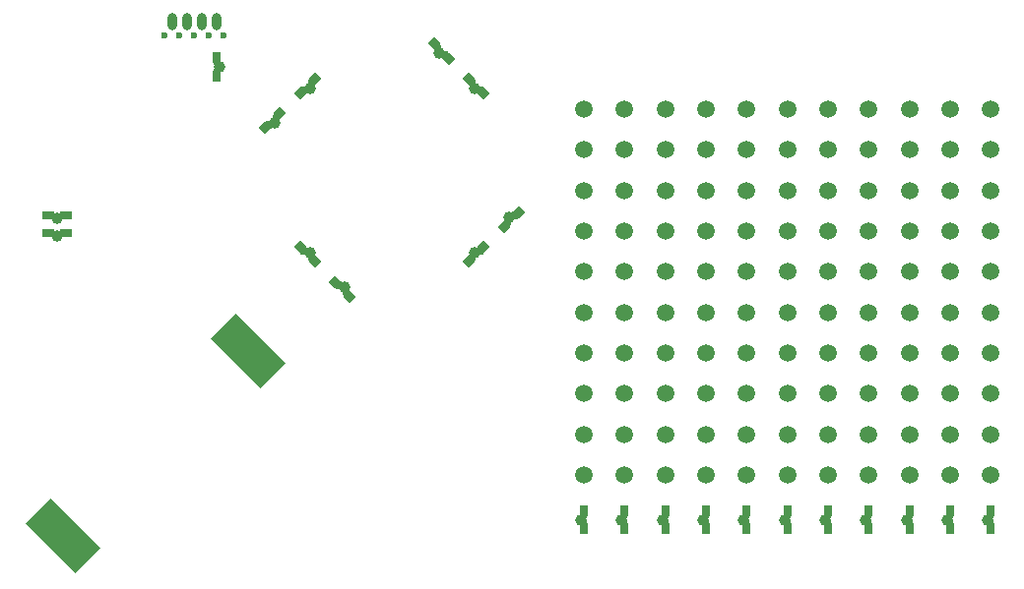
<source format=gbr>
%TF.GenerationSoftware,KiCad,Pcbnew,(6.0.9)*%
%TF.CreationDate,2023-01-07T05:09:31-05:00*%
%TF.ProjectId,businesscard,62757369-6e65-4737-9363-6172642e6b69,rev?*%
%TF.SameCoordinates,Original*%
%TF.FileFunction,Soldermask,Top*%
%TF.FilePolarity,Negative*%
%FSLAX46Y46*%
G04 Gerber Fmt 4.6, Leading zero omitted, Abs format (unit mm)*
G04 Created by KiCad (PCBNEW (6.0.9)) date 2023-01-07 05:09:31*
%MOMM*%
%LPD*%
G01*
G04 APERTURE LIST*
G04 Aperture macros list*
%AMRotRect*
0 Rectangle, with rotation*
0 The origin of the aperture is its center*
0 $1 length*
0 $2 width*
0 $3 Rotation angle, in degrees counterclockwise*
0 Add horizontal line*
21,1,$1,$2,0,0,$3*%
G04 Aperture macros list end*
%ADD10RotRect,3.000000X6.000000X45.000000*%
%ADD11C,0.300000*%
%ADD12C,1.000000*%
%ADD13R,0.737000X0.800000*%
%ADD14C,0.750000*%
%ADD15RotRect,0.800000X0.737000X315.000000*%
%ADD16RotRect,0.800000X0.737000X45.000000*%
%ADD17RotRect,0.800000X0.737000X135.000000*%
%ADD18RotRect,0.800000X0.737000X225.000000*%
%ADD19R,0.800000X0.737000*%
%ADD20C,1.500000*%
%ADD21O,0.800000X1.500000*%
%ADD22C,0.600000*%
G04 APERTURE END LIST*
D10*
%TO.C,BT1*%
X98750000Y-94500000D03*
X114659902Y-78590098D03*
%TD*%
D11*
%TO.C,R19*%
X143250000Y-93600000D03*
X143250000Y-92600000D03*
D12*
X143250000Y-93100000D03*
D13*
X143500000Y-94000000D03*
D14*
X143500000Y-93600000D03*
X143500000Y-92600000D03*
D13*
X143500000Y-92200000D03*
%TD*%
D11*
%TO.C,R18*%
X146750000Y-93600000D03*
X146750000Y-92600000D03*
D12*
X146750000Y-93100000D03*
D13*
X147000000Y-94000000D03*
D14*
X147000000Y-93600000D03*
X147000000Y-92600000D03*
D13*
X147000000Y-92200000D03*
%TD*%
D11*
%TO.C,R17*%
X150250000Y-93600000D03*
X150250000Y-92600000D03*
D12*
X150250000Y-93100000D03*
D13*
X150500000Y-94000000D03*
D14*
X150500000Y-93600000D03*
X150500000Y-92600000D03*
D13*
X150500000Y-92200000D03*
%TD*%
D11*
%TO.C,R16*%
X153750000Y-93600000D03*
X153750000Y-92600000D03*
D12*
X153750000Y-93100000D03*
D13*
X154000000Y-94000000D03*
D14*
X154000000Y-93600000D03*
X154000000Y-92600000D03*
D13*
X154000000Y-92200000D03*
%TD*%
D11*
%TO.C,R15*%
X157250000Y-93600000D03*
X157250000Y-92600000D03*
D12*
X157250000Y-93100000D03*
D13*
X157500000Y-94000000D03*
D14*
X157500000Y-93600000D03*
X157500000Y-92600000D03*
D13*
X157500000Y-92200000D03*
%TD*%
D11*
%TO.C,R14*%
X160750000Y-93600000D03*
X160750000Y-92600000D03*
D12*
X160750000Y-93100000D03*
D13*
X161000000Y-94000000D03*
D14*
X161000000Y-93600000D03*
X161000000Y-92600000D03*
D13*
X161000000Y-92200000D03*
%TD*%
D11*
%TO.C,R13*%
X164250000Y-93600000D03*
X164250000Y-92600000D03*
D12*
X164250000Y-93100000D03*
D13*
X164500000Y-94000000D03*
D14*
X164500000Y-93600000D03*
X164500000Y-92600000D03*
D13*
X164500000Y-92200000D03*
%TD*%
D11*
%TO.C,R12*%
X167750000Y-93600000D03*
X167750000Y-92600000D03*
D12*
X167750000Y-93100000D03*
D13*
X168000000Y-94000000D03*
D14*
X168000000Y-93600000D03*
X168000000Y-92600000D03*
D13*
X168000000Y-92200000D03*
%TD*%
D11*
%TO.C,R11*%
X171250000Y-93600000D03*
X171250000Y-92600000D03*
D12*
X171250000Y-93100000D03*
D13*
X171500000Y-94000000D03*
D14*
X171500000Y-93600000D03*
X171500000Y-92600000D03*
D13*
X171500000Y-92200000D03*
%TD*%
D11*
%TO.C,R10*%
X174750000Y-93600000D03*
X174750000Y-92600000D03*
D12*
X174750000Y-93100000D03*
D13*
X175000000Y-94000000D03*
D14*
X175000000Y-93600000D03*
X175000000Y-92600000D03*
D13*
X175000000Y-92200000D03*
%TD*%
D11*
%TO.C,R9*%
X178250000Y-93600000D03*
X178250000Y-92600000D03*
D12*
X178250000Y-93100000D03*
D13*
X178500000Y-94000000D03*
D14*
X178500000Y-93600000D03*
X178500000Y-92600000D03*
D13*
X178500000Y-92200000D03*
%TD*%
D11*
%TO.C,R8*%
X122573223Y-72719670D03*
X123280330Y-73426777D03*
D12*
X122926777Y-73073223D03*
D15*
X122113604Y-72613604D03*
D14*
X122396447Y-72896447D03*
X123103553Y-73603553D03*
D15*
X123386396Y-73886396D03*
%TD*%
D11*
%TO.C,R7*%
X136719670Y-67426777D03*
X137426777Y-66719670D03*
D12*
X137073223Y-67073223D03*
D16*
X136613604Y-67886396D03*
D14*
X136896447Y-67603553D03*
X137603553Y-66896447D03*
D16*
X137886396Y-66613604D03*
%TD*%
D11*
%TO.C,R6*%
X131426777Y-53280330D03*
X130719670Y-52573223D03*
D12*
X131073223Y-52926777D03*
D17*
X131886396Y-53386396D03*
D14*
X131603553Y-53103553D03*
X130896447Y-52396447D03*
D17*
X130613604Y-52113604D03*
%TD*%
D18*
%TO.C,R5*%
X116113604Y-59386396D03*
D14*
X116396447Y-59103553D03*
X117103553Y-58396447D03*
D18*
X117386396Y-58113604D03*
D12*
X116926777Y-58926777D03*
D11*
X116573223Y-59280330D03*
X117280330Y-58573223D03*
%TD*%
D15*
%TO.C,R4*%
X120386396Y-70886396D03*
D14*
X120103553Y-70603553D03*
X119396447Y-69896447D03*
D15*
X119113604Y-69613604D03*
D12*
X119926777Y-70073223D03*
D11*
X120280330Y-70426777D03*
X119573223Y-69719670D03*
%TD*%
%TO.C,R3*%
X133719670Y-70426777D03*
X134426777Y-69719670D03*
D12*
X134073223Y-70073223D03*
D16*
X133613604Y-70886396D03*
D14*
X133896447Y-70603553D03*
X134603553Y-69896447D03*
D16*
X134886396Y-69613604D03*
%TD*%
D17*
%TO.C,R2*%
X133613604Y-55113604D03*
D14*
X133896447Y-55396447D03*
X134603553Y-56103553D03*
D17*
X134886396Y-56386396D03*
D12*
X134073223Y-55926777D03*
D11*
X133719670Y-55573223D03*
X134426777Y-56280330D03*
%TD*%
%TO.C,R1*%
X120280330Y-55573223D03*
X119573223Y-56280330D03*
D12*
X119926777Y-55926777D03*
D18*
X120386396Y-55113604D03*
D14*
X120103553Y-55396447D03*
X119396447Y-56103553D03*
D18*
X119113604Y-56386396D03*
%TD*%
D19*
%TO.C,C3*%
X97300000Y-68400000D03*
D14*
X97700000Y-68400000D03*
X98700000Y-68400000D03*
D19*
X99100000Y-68400000D03*
D12*
X98200000Y-68650000D03*
D11*
X97700000Y-68650000D03*
X98700000Y-68650000D03*
%TD*%
D19*
%TO.C,C2*%
X97300000Y-66900000D03*
D14*
X97700000Y-66900000D03*
X98700000Y-66900000D03*
D19*
X99100000Y-66900000D03*
D12*
X98200000Y-67150000D03*
D11*
X97700000Y-67150000D03*
X98700000Y-67150000D03*
%TD*%
%TO.C,C1*%
X112200000Y-53600000D03*
X112200000Y-54600000D03*
D12*
X112200000Y-54100000D03*
D13*
X111950000Y-53200000D03*
D14*
X111950000Y-53600000D03*
X111950000Y-54600000D03*
D13*
X111950000Y-55000000D03*
%TD*%
D20*
%TO.C,D33*%
X154000000Y-64750000D03*
%TD*%
%TO.C,D110*%
X178500000Y-89250000D03*
%TD*%
%TO.C,D109*%
X178500000Y-85750000D03*
%TD*%
%TO.C,D108*%
X178500000Y-82250000D03*
%TD*%
%TO.C,D107*%
X178500000Y-78750000D03*
%TD*%
%TO.C,D106*%
X178500000Y-75250000D03*
%TD*%
%TO.C,D105*%
X178500000Y-71750000D03*
%TD*%
%TO.C,D104*%
X178500000Y-68250000D03*
%TD*%
%TO.C,D103*%
X178500000Y-64750000D03*
%TD*%
%TO.C,D102*%
X178500000Y-61250000D03*
%TD*%
%TO.C,D101*%
X178500000Y-57750000D03*
%TD*%
%TO.C,D100*%
X175000000Y-89250000D03*
%TD*%
%TO.C,D99*%
X175000000Y-85750000D03*
%TD*%
%TO.C,D98*%
X175000000Y-82250000D03*
%TD*%
%TO.C,D97*%
X175000000Y-78750000D03*
%TD*%
%TO.C,D96*%
X175000000Y-75250000D03*
%TD*%
%TO.C,D95*%
X175000000Y-71750000D03*
%TD*%
%TO.C,D94*%
X175000000Y-68250000D03*
%TD*%
%TO.C,D93*%
X175000000Y-64750000D03*
%TD*%
%TO.C,D92*%
X175000000Y-61250000D03*
%TD*%
%TO.C,D91*%
X175000000Y-57750000D03*
%TD*%
%TO.C,D90*%
X171500000Y-89250000D03*
%TD*%
%TO.C,D89*%
X171500000Y-85750000D03*
%TD*%
%TO.C,D88*%
X171500000Y-82250000D03*
%TD*%
%TO.C,D87*%
X171500000Y-78750000D03*
%TD*%
%TO.C,D86*%
X171500000Y-75250000D03*
%TD*%
%TO.C,D85*%
X171500000Y-71750000D03*
%TD*%
%TO.C,D84*%
X171500000Y-68250000D03*
%TD*%
%TO.C,D83*%
X171500000Y-64750000D03*
%TD*%
%TO.C,D82*%
X171500000Y-61250000D03*
%TD*%
%TO.C,D81*%
X171500000Y-57750000D03*
%TD*%
%TO.C,D80*%
X168000000Y-89250000D03*
%TD*%
%TO.C,D79*%
X168000000Y-85750000D03*
%TD*%
%TO.C,D78*%
X168000000Y-82250000D03*
%TD*%
%TO.C,D77*%
X168000000Y-78750000D03*
%TD*%
%TO.C,D76*%
X168000000Y-75250000D03*
%TD*%
%TO.C,D75*%
X168000000Y-71750000D03*
%TD*%
%TO.C,D74*%
X168000000Y-68250000D03*
%TD*%
%TO.C,D73*%
X168000000Y-64750000D03*
%TD*%
%TO.C,D72*%
X168000000Y-61250000D03*
%TD*%
%TO.C,D71*%
X168000000Y-57750000D03*
%TD*%
%TO.C,D70*%
X164500000Y-89250000D03*
%TD*%
%TO.C,D69*%
X164500000Y-85750000D03*
%TD*%
%TO.C,D68*%
X164500000Y-82250000D03*
%TD*%
%TO.C,D67*%
X164500000Y-78750000D03*
%TD*%
%TO.C,D66*%
X164500000Y-75250000D03*
%TD*%
%TO.C,D65*%
X164500000Y-71750000D03*
%TD*%
%TO.C,D64*%
X164500000Y-68250000D03*
%TD*%
%TO.C,D63*%
X164500000Y-64750000D03*
%TD*%
%TO.C,D62*%
X164500000Y-61250000D03*
%TD*%
%TO.C,D61*%
X164500000Y-57750000D03*
%TD*%
%TO.C,D60*%
X161000000Y-89250000D03*
%TD*%
%TO.C,D59*%
X161000000Y-85750000D03*
%TD*%
%TO.C,D58*%
X161000000Y-82250000D03*
%TD*%
%TO.C,D57*%
X161000000Y-78750000D03*
%TD*%
%TO.C,D56*%
X161000000Y-75250000D03*
%TD*%
%TO.C,D55*%
X161000000Y-71750000D03*
%TD*%
%TO.C,D54*%
X161000000Y-68250000D03*
%TD*%
%TO.C,D53*%
X161000000Y-64750000D03*
%TD*%
%TO.C,D52*%
X161000000Y-61250000D03*
%TD*%
%TO.C,D51*%
X161000000Y-57750000D03*
%TD*%
%TO.C,D50*%
X157500000Y-89250000D03*
%TD*%
%TO.C,D49*%
X157500000Y-85750000D03*
%TD*%
%TO.C,D48*%
X157500000Y-82250000D03*
%TD*%
%TO.C,D47*%
X157500000Y-78750000D03*
%TD*%
%TO.C,D46*%
X157500000Y-75250000D03*
%TD*%
%TO.C,D45*%
X157500000Y-71750000D03*
%TD*%
%TO.C,D44*%
X157500000Y-68250000D03*
%TD*%
%TO.C,D43*%
X157500000Y-64750000D03*
%TD*%
%TO.C,D42*%
X157500000Y-61250000D03*
%TD*%
%TO.C,D41*%
X157500000Y-57750000D03*
%TD*%
%TO.C,D40*%
X154000000Y-89250000D03*
%TD*%
%TO.C,D39*%
X154000000Y-85750000D03*
%TD*%
%TO.C,D38*%
X154000000Y-82250000D03*
%TD*%
%TO.C,D37*%
X154000000Y-78750000D03*
%TD*%
%TO.C,D36*%
X154000000Y-75250000D03*
%TD*%
%TO.C,D35*%
X154000000Y-71750000D03*
%TD*%
%TO.C,D34*%
X154000000Y-68250000D03*
%TD*%
%TO.C,D32*%
X154000000Y-61250000D03*
%TD*%
%TO.C,D31*%
X154000000Y-57750000D03*
%TD*%
%TO.C,D30*%
X150500000Y-89250000D03*
%TD*%
%TO.C,D29*%
X150500000Y-85750000D03*
%TD*%
%TO.C,D28*%
X150500000Y-82250000D03*
%TD*%
%TO.C,D27*%
X150500000Y-78750000D03*
%TD*%
%TO.C,D26*%
X150500000Y-75250000D03*
%TD*%
%TO.C,D25*%
X150500000Y-71750000D03*
%TD*%
%TO.C,D24*%
X150500000Y-68250000D03*
%TD*%
%TO.C,D23*%
X150500000Y-64750000D03*
%TD*%
%TO.C,D22*%
X150500000Y-61250000D03*
%TD*%
%TO.C,D21*%
X150500000Y-57750000D03*
%TD*%
%TO.C,D20*%
X147000000Y-89250000D03*
%TD*%
%TO.C,D19*%
X147000000Y-85750000D03*
%TD*%
%TO.C,D18*%
X147000000Y-82250000D03*
%TD*%
%TO.C,D17*%
X147000000Y-78750000D03*
%TD*%
%TO.C,D16*%
X147000000Y-75250000D03*
%TD*%
%TO.C,D15*%
X147000000Y-71750000D03*
%TD*%
%TO.C,D14*%
X147000000Y-68250000D03*
%TD*%
%TO.C,D13*%
X147000000Y-64750000D03*
%TD*%
%TO.C,D12*%
X147000000Y-61250000D03*
%TD*%
%TO.C,D11*%
X147000000Y-57750000D03*
%TD*%
%TO.C,D10*%
X143500000Y-89250000D03*
%TD*%
%TO.C,D9*%
X143500000Y-85750000D03*
%TD*%
%TO.C,D8*%
X143500000Y-82250000D03*
%TD*%
%TO.C,D7*%
X143500000Y-78750000D03*
%TD*%
%TO.C,D6*%
X143500000Y-75250000D03*
%TD*%
%TO.C,D5*%
X143500000Y-71750000D03*
%TD*%
%TO.C,D4*%
X143500000Y-68250000D03*
%TD*%
%TO.C,D3*%
X143500000Y-64750000D03*
%TD*%
%TO.C,D2*%
X143500000Y-61250000D03*
%TD*%
%TO.C,D1*%
X143500000Y-57750000D03*
%TD*%
D21*
%TO.C,J1*%
X111905000Y-50250000D03*
X110635000Y-50250000D03*
X109365000Y-50250000D03*
X108095000Y-50250000D03*
D22*
X112540000Y-51405000D03*
X110000000Y-51405000D03*
X107460000Y-51405000D03*
X111270000Y-51405000D03*
X108730000Y-51405000D03*
%TD*%
M02*

</source>
